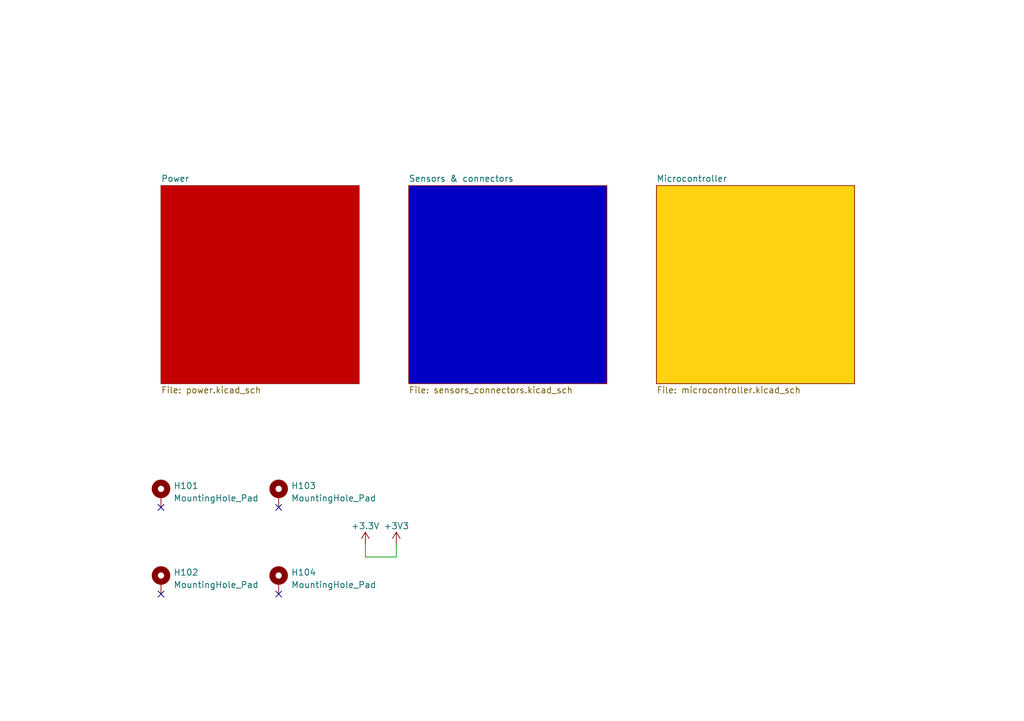
<source format=kicad_sch>
(kicad_sch (version 20230121) (generator eeschema)
  (paper "A5")
  (lib_symbols
    (symbol "Mechanical:MountingHole_Pad" (pin_numbers hide) (pin_names (offset 1.016) hide)
      (property "Reference" "H" (at 0 6.35 0))
      (property "Value" "MountingHole_Pad" (at 0 4.445 0))
      (symbol "MountingHole_Pad_0_1"
        (circle (center 0 1.27) (radius 1.27) (stroke (width 1.27)))
      )
      (symbol "MountingHole_Pad_1_1"
        (pin input line (at 0 -2.54 90) (length 2.54) (name "1") (number "1"))
      )
    )
    (symbol "power:+3.3V" (power) (pin_names (offset 0))
      (property "Value" "+3.3V" (at 0 3.556 0))
      (symbol "+3.3V_0_1"
        (polyline (pts (xy -0.762 1.27) (xy 0 2.54)))
        (polyline (pts (xy 0 0) (xy 0 2.54)))
        (polyline (pts (xy 0 2.54) (xy 0.762 1.27)))
      )
      (symbol "+3.3V_1_1"
        (pin power_in line (at 0 0 90) (length 0) hide (name "+3.3V") (number "1"))
      )
    )
    (symbol "power:+3V3" (power) (pin_names (offset 0))
      (property "Value" "+3V3" (at 0 3.556 0))
      (symbol "+3V3_0_1"
        (polyline (pts (xy -0.762 1.27) (xy 0 2.54)))
        (polyline (pts (xy 0 0) (xy 0 2.54)))
        (polyline (pts (xy 0 2.54) (xy 0.762 1.27)))
      )
      (symbol "+3V3_1_1"
        (pin power_in line (at 0 0 90) (length 0) hide (name "+3V3") (number "1"))
      )
    )
  )
  (no_connect (at 57.15 121.92))
  (no_connect (at 57.15 104.14))
  (no_connect (at 33.02 104.14))
  (no_connect (at 33.02 121.92))
  (wire (pts (xy 81.28 111.76) (xy 81.28 114.3)))
  (wire (pts (xy 74.93 114.3) (xy 74.93 111.76)))
  (wire (pts (xy 81.28 114.3) (xy 74.93 114.3)))
  (symbol (lib_id "Mechanical:MountingHole_Pad") (at 57.15 119.38 0) (unit 1)
    (property "Reference" "H104" (at 59.69 117.475 0) (effects (justify left)))
    (property "Value" "MountingHole_Pad" (at 59.69 120.015 0) (effects (justify left)))
    (property "Footprint" "MountingHole:MountingHole_3.2mm_M3_DIN965_Pad" (effects hide))
  )
  (symbol (lib_id "Mechanical:MountingHole_Pad") (at 33.02 119.38 0) (unit 1)
    (property "Reference" "H102" (at 35.56 117.475 0) (effects (justify left)))
    (property "Value" "MountingHole_Pad" (at 35.56 120.015 0) (effects (justify left)))
    (property "Footprint" "MountingHole:MountingHole_3.2mm_M3_DIN965_Pad" (effects hide))
  )
  (symbol (lib_id "power:+3.3V") (at 74.93 111.76 0) (unit 1)
    (property "Reference" "#PWR0105" (effects hide))
    (property "Value" "+3.3V" (at 74.93 107.95 0))
  )
  (symbol (lib_id "Mechanical:MountingHole_Pad") (at 57.15 101.6 0) (unit 1)
    (property "Reference" "H103" (at 59.69 99.695 0) (effects (justify left)))
    (property "Value" "MountingHole_Pad" (at 59.69 102.235 0) (effects (justify left)))
    (property "Footprint" "MountingHole:MountingHole_3.2mm_M3_DIN965_Pad" (effects hide))
  )
  (symbol (lib_id "power:+3V3") (at 81.28 111.76 0) (unit 1)
    (property "Reference" "#PWR0106" (effects hide))
    (property "Value" "+3V3" (at 81.28 107.95 0))
  )
  (symbol (lib_id "Mechanical:MountingHole_Pad") (at 33.02 101.6 0) (unit 1)
    (property "Reference" "H101" (at 35.56 99.695 0) (effects (justify left)))
    (property "Value" "MountingHole_Pad" (at 35.56 102.235 0) (effects (justify left)))
    (property "Footprint" "MountingHole:MountingHole_3.2mm_M3_DIN965_Pad" (effects hide))
  )
  (sheet (at 33.02 38.1) (size 40.64 40.64) (stroke (width 0.1524)) (fill (color 194 0 0 1.0000))
    (property "Sheetname" "Power" (at 33.02 37.3884 0) (effects (justify left bottom)))
    (property "Sheetfile" "power.kicad_sch" (at 33.02 79.3246 0) (effects (justify left top)))
  )
  (sheet (at 134.62 38.1) (size 40.64 40.64) (stroke (width 0.1524)) (fill (color 254 210 17 1.0000))
    (property "Sheetname" "Microcontroller" (at 134.62 37.3884 0) (effects (justify left bottom)))
    (property "Sheetfile" "microcontroller.kicad_sch" (at 134.62 79.3246 0) (effects (justify left top)))
  )
  (sheet (at 83.82 38.1) (size 40.64 40.64) (stroke (width 0.1524)) (fill (color 0 0 194 1.0000))
    (property "Sheetname" "Sensors & connectors" (at 83.82 37.3884 0) (effects (justify left bottom)))
    (property "Sheetfile" "sensors_connectors.kicad_sch" (at 83.82 79.3246 0) (effects (justify left top)))
  )
)
</source>
